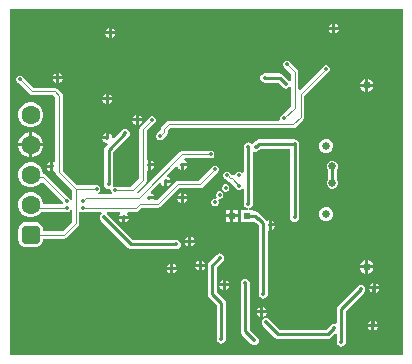
<source format=gbl>
%FSTAX23Y23*%
%MOIN*%
%SFA1B1*%

%IPPOS*%
%AMD72*
4,1,8,-0.031500,0.015700,-0.031500,-0.015700,-0.015700,-0.031500,0.015700,-0.031500,0.031500,-0.015700,0.031500,0.015700,0.015700,0.031500,-0.015700,0.031500,-0.031500,0.015700,0.0*
1,1,0.031496,-0.015700,0.015700*
1,1,0.031496,-0.015700,-0.015700*
1,1,0.031496,0.015700,-0.015700*
1,1,0.031496,0.015700,0.015700*
%
%ADD16C,0.010000*%
%ADD69C,0.004921*%
%ADD71C,0.062992*%
G04~CAMADD=72~8~0.0~0.0~629.9~629.9~157.5~0.0~15~0.0~0.0~0.0~0.0~0~0.0~0.0~0.0~0.0~0~0.0~0.0~0.0~90.0~630.0~630.0*
%ADD72D72*%
%ADD73C,0.025591*%
%ADD74C,0.013780*%
%ADD75C,0.025000*%
%ADD76R,0.020000X0.020000*%
%LNcoaster-1*%
%LPD*%
G36*
X01315Y00005D02*
X00005D01*
Y0116*
X01315*
Y00005*
G37*
%LNcoaster-2*%
%LPC*%
G36*
X0109Y01111D02*
Y011D01*
X01101*
X01099Y01104*
X01094Y01109*
X0109Y01111*
G37*
G36*
X0108D02*
X01075Y01109D01*
X0107Y01104*
X01068Y011*
X0108*
Y01111*
G37*
G36*
X00345Y01096D02*
Y01085D01*
X00356*
X00354Y01089*
X00349Y01094*
X00345Y01096*
G37*
G36*
X00335D02*
X0033Y01094D01*
X00325Y01089*
X00323Y01085*
X00335*
Y01096*
G37*
G36*
X01101Y0109D02*
X0109D01*
Y01078*
X01094Y0108*
X01099Y01085*
X01101Y0109*
G37*
G36*
X0108D02*
X01068D01*
X0107Y01085*
X01075Y0108*
X0108Y01078*
Y0109*
G37*
G36*
X00356Y01075D02*
X00345D01*
Y01063*
X00349Y01065*
X00354Y0107*
X00356Y01075*
G37*
G36*
X00335D02*
X00323D01*
X00325Y0107*
X0033Y01065*
X00335Y01063*
Y01075*
G37*
G36*
X0017Y00946D02*
Y00935D01*
X00181*
X00179Y00939*
X00174Y00944*
X0017Y00946*
G37*
G36*
X0016D02*
X00155Y00944D01*
X0015Y00939*
X00148Y00935*
X0016*
Y00946*
G37*
G36*
X00932Y00987D02*
X00927D01*
X00922Y00985*
X00919Y00982*
X00917Y00977*
Y00972*
X00919Y00967*
X00922Y00964*
X00922Y00964*
X00942Y00944*
Y0092*
X00937Y00918*
X00935Y0092*
X00915Y0094*
X0091Y00944*
X00905Y00945*
X00855*
X00849Y00944*
X00844Y0094*
X0084Y00935*
X00839Y0093*
X0084Y00924*
X00844Y00919*
X00849Y00915*
X00855Y00914*
X00898*
X00914Y00899*
X00919Y00895*
X00925Y00894*
X0093Y00895*
X00935Y00899*
X00937Y00901*
X00942Y00899*
Y00835*
X00912Y00805*
X00912Y00805*
X00909Y00802*
X00907Y00797*
Y00792*
X00903Y00787*
X00535*
X0053Y00786*
X00526Y00783*
X00511Y00769*
X00509Y00765*
X00508Y0076*
Y00756*
X00497Y00745*
X00497Y00745*
X00494Y00742*
X00492Y00737*
Y00732*
X00494Y00727*
X00497Y00724*
X00502Y00722*
X00507*
X00512Y00724*
X00515Y00727*
X00515Y00727*
X00529Y00741*
X00532Y00745*
X00533Y0075*
Y00755*
X0054Y00762*
X0095*
X00954Y00763*
X00958Y00766*
X00983Y00791*
X00986Y00795*
X00987Y008*
Y00869*
X01067Y00949*
X01067Y00949*
X0107Y00952*
X01072Y00957*
Y00962*
X0107Y00967*
X01067Y0097*
X01062Y00972*
X01057*
X01052Y0097*
X01049Y00967*
X01049Y00967*
X00972Y0089*
X00967Y00892*
Y0095*
X00966Y00954*
X00963Y00958*
X0094Y00982*
X0094Y00982*
X00937Y00985*
X00932Y00987*
G37*
G36*
X00181Y00925D02*
X0017D01*
Y00913*
X00174Y00915*
X00179Y0092*
X00181Y00925*
G37*
G36*
X0016D02*
X00148D01*
X0015Y0092*
X00155Y00915*
X0016Y00913*
Y00925*
G37*
G36*
X012Y00927D02*
Y0091D01*
X01217*
X01214Y00917*
X01207Y00924*
X012Y00927*
G37*
G36*
X0119D02*
X01182Y00924D01*
X01175Y00917*
X01172Y0091*
X0119*
Y00927*
G37*
G36*
X01217Y009D02*
X012D01*
Y00882*
X01207Y00885*
X01214Y00892*
X01217Y009*
G37*
G36*
X0119D02*
X01172D01*
X01175Y00892*
X01182Y00885*
X0119Y00882*
Y009*
G37*
G36*
X00335Y00876D02*
Y00865D01*
X00346*
X00344Y00869*
X00339Y00874*
X00335Y00876*
G37*
G36*
X00325D02*
X0032Y00874D01*
X00315Y00869*
X00313Y00865*
X00325*
Y00876*
G37*
G36*
X00346Y00855D02*
X00335D01*
Y00843*
X00339Y00845*
X00344Y0085*
X00346Y00855*
G37*
G36*
X00325D02*
X00313D01*
X00315Y0085*
X0032Y00845*
X00325Y00843*
Y00855*
G37*
G36*
X00435Y00806D02*
Y00795D01*
X00446*
X00444Y00799*
X00439Y00804*
X00435Y00806*
G37*
G36*
X00425D02*
X0042Y00804D01*
X00415Y00799*
X00413Y00795*
X00425*
Y00806*
G37*
G36*
X00446Y00785D02*
X00435D01*
Y00773*
X00439Y00775*
X00444Y0078*
X00446Y00785*
G37*
G36*
X00425D02*
X00413D01*
X00415Y0078*
X0042Y00775*
X00425Y00773*
Y00785*
G37*
G36*
X0008Y00848D02*
X00069D01*
X00058Y00846*
X00049Y0084*
X00041Y00832*
X00036Y00823*
X00033Y00812*
Y00802*
X00036Y00791*
X00041Y00781*
X00049Y00774*
X00058Y00768*
X00069Y00765*
X0008*
X00091Y00768*
X001Y00774*
X00108Y00781*
X00113Y00791*
X00116Y00802*
Y00812*
X00113Y00823*
X00108Y00832*
X001Y0084*
X00091Y00846*
X0008Y00848*
G37*
G36*
X00325Y00746D02*
X0032Y00744D01*
X00315Y00739*
X00313Y00735*
X00325*
Y00746*
G37*
G36*
X0008Y00748D02*
X0008D01*
Y00712*
X00116*
Y00712*
X00113Y00723*
X00108Y00732*
X001Y0074*
X00091Y00746*
X0008Y00748*
G37*
G36*
X0007D02*
X00069D01*
X00058Y00746*
X00049Y0074*
X00041Y00732*
X00036Y00723*
X00033Y00712*
Y00712*
X0007*
Y00748*
G37*
G36*
X00955Y00725D02*
X00835D01*
X00829Y00724*
X00824Y0072*
X00815Y00712*
X00812Y00711*
X00808Y00712*
X00805Y00714*
X008Y00715*
X00794Y00714*
X00789Y0071*
X00785Y00705*
X00784Y007*
Y00615*
X00779Y00613*
X00777Y00615*
X00772Y00617*
X00767*
X00762Y00615*
X00759Y00612*
X00757Y00607*
X00756Y00606*
X00752Y00605*
X00749Y00607*
X00746Y00607*
X0074Y00613*
X00736Y00616*
X00733Y00617*
X00732Y00617*
X00727*
X00722Y00615*
X00719Y00612*
X00717Y00607*
Y00602*
X00719Y00597*
X00722Y00594*
X00725Y00592*
X00731Y00586*
X00735Y00583*
X00738Y00583*
X00759Y00562*
X00759Y00562*
X00762Y00559*
X00767Y00557*
X00772*
X00777Y00559*
X00779Y00561*
X00784Y00559*
Y0051*
X00785Y00504*
X00789Y00499*
X00794Y00495*
X00796Y00495*
X00798Y00495*
X00798Y0049*
X00775*
Y0045*
X00815*
Y0045*
X0082Y00452*
X00823Y00449*
X00826Y00447*
X00834Y00438*
Y0021*
X00835Y00204*
X00839Y00199*
X00844Y00195*
X0085Y00194*
X00855Y00195*
X0086Y00199*
X00864Y00204*
X00865Y0021*
Y0042*
X00868Y00422*
Y0044*
Y00456*
X00863Y00454*
X00861Y00454*
X0086Y00455*
X00845Y0047*
X00842Y00472*
X00834Y0048*
X00829Y00484*
X00823Y00485*
X00815*
Y0049*
X00801*
X00801Y00495*
X00803Y00495*
X00805Y00495*
X0081Y00499*
X00814Y00504*
X00815Y0051*
Y00682*
X0082Y00685*
X00825Y00684*
X0083Y00685*
X00835Y00689*
X00841Y00694*
X00939*
Y00465*
X0094Y00459*
X00944Y00454*
X00949Y0045*
X00955Y00449*
X0096Y0045*
X00965Y00454*
X00969Y00459*
X0097Y00465*
Y0071*
X00969Y00715*
X00965Y0072*
X0096Y00724*
X00955Y00725*
G37*
G36*
X01064Y00726D02*
X01055D01*
X01047Y00723*
X0104Y00716*
X01037Y00708*
Y00699*
X0104Y0069*
X01047Y00684*
X01055Y0068*
X01064*
X01072Y00684*
X01079Y0069*
X01082Y00699*
Y00708*
X01079Y00716*
X01072Y00723*
X01064Y00726*
G37*
G36*
X00116Y00702D02*
X0008D01*
Y00665*
X0008*
X00091Y00668*
X001Y00674*
X00108Y00681*
X00113Y00691*
X00116Y00702*
Y00702*
G37*
G36*
X0007D02*
X00033D01*
Y00702*
X00036Y00691*
X00041Y00681*
X00049Y00674*
X00058Y00668*
X00069Y00665*
X0007*
Y00702*
G37*
G36*
X00042Y00937D02*
X00037D01*
X00032Y00935*
X00029Y00932*
X00027Y00927*
Y00922*
X00029Y00917*
X00032Y00914*
X00032Y00914*
X00071Y00876*
X00075Y00873*
X0008Y00872*
X00149*
X00157Y00864*
Y00653*
X00152Y0065*
X0015Y00651*
Y00635*
Y00618*
X00152Y00619*
X00157Y00616*
Y00615*
X00158Y0061*
X00161Y00606*
X00212Y00554*
Y00524*
X00207Y00523*
X00205Y00527*
X00202Y0053*
X00202Y0053*
X00125Y00607*
X00121Y0061*
X00116Y00611*
Y00612*
X00113Y00623*
X00108Y00632*
X001Y0064*
X00091Y00646*
X0008Y00648*
X00069*
X00058Y00646*
X00049Y0064*
X00041Y00632*
X00036Y00623*
X00033Y00612*
Y00602*
X00036Y00591*
X00041Y00581*
X00049Y00574*
X00058Y00568*
X00069Y00565*
X0008*
X00091Y00568*
X001Y00574*
X00108Y00581*
X00114Y00582*
X00182Y00514*
X0018Y00509*
X00116*
Y00512*
X00113Y00523*
X00108Y00532*
X001Y0054*
X00091Y00546*
X0008Y00548*
X00069*
X00058Y00546*
X00049Y0054*
X00041Y00532*
X00036Y00523*
X00033Y00512*
Y00502*
X00036Y00491*
X00041Y00481*
X00049Y00474*
X00058Y00468*
X00069Y00465*
X0008*
X00091Y00468*
X001Y00474*
X00108Y00481*
X00109Y00483*
X00188*
X00192Y00482*
X00197*
X00202Y00484*
X00205Y00487*
X00207Y00491*
X00212Y0049*
Y0045*
X00182Y0042*
X00116*
Y00423*
X00115Y00429*
X00113Y00436*
X00109Y00441*
X00103Y00445*
X00097Y00448*
X0009Y00449*
X00059*
X00052Y00448*
X00046Y00445*
X0004Y00441*
X00036Y00436*
X00034Y00429*
X00033Y00423*
Y00391*
X00034Y00385*
X00036Y00378*
X0004Y00373*
X00046Y00369*
X00052Y00366*
X00059Y00365*
X0009*
X00097Y00366*
X00103Y00369*
X00109Y00373*
X00113Y00378*
X00115Y00385*
X00116Y00391*
Y00394*
X00187*
X00192Y00395*
X00196Y00398*
X00233Y00436*
X00236Y0044*
X00237Y00445*
Y00482*
X00242Y00484*
X00242Y00484*
X00247Y00482*
X00252*
X00252Y00482*
X00309*
X00311Y00477*
X00309Y00475*
X00305Y0047*
X00304Y00465*
X00305Y00459*
X00309Y00454*
X00399Y00364*
X00404Y0036*
X0041Y00359*
X0056*
X00565Y0036*
X0057Y00364*
X00574Y00369*
X00575Y00375*
X00574Y0038*
X0057Y00385*
X00565Y00389*
X0056Y0039*
X00416*
X0033Y00475*
X00328Y00477*
X0033Y00482*
X00371*
X00373Y00477*
X0037Y00474*
X00368Y0047*
X00401*
X00399Y00474*
X00396Y00477*
X00398Y00482*
X00425*
X00429Y00483*
X00433Y00486*
X00445Y00497*
X005*
X00504Y00498*
X00508Y00501*
X0057Y00562*
X0064*
X00644Y00563*
X00648Y00566*
X00697Y00614*
X00697Y00614*
X007Y00617*
X00702Y00622*
Y00627*
X007Y00632*
X00697Y00635*
X00692Y00637*
X00687*
X00682Y00635*
X00679Y00632*
X00679Y00632*
X00634Y00587*
X00565*
X0056Y00586*
X00556Y00583*
X00494Y00522*
X00489*
X00487Y00525*
X0047*
Y00535*
X00486*
X00484Y00539*
X00479Y00544*
X00475Y00545*
X00474Y00551*
X00503Y0058*
X00509Y00579*
X0051Y00575*
X00515Y0057*
X0052Y00568*
Y00585*
X00525*
Y0059*
X00541*
X00539Y00594*
X00534Y00599*
X0053Y006*
X00529Y00606*
X00558Y00635*
X00564Y00634*
X00565Y0063*
X0057Y00625*
X00575Y00623*
Y0064*
X0058*
Y00645*
X00596*
X00594Y00649*
X00589Y00654*
X00589Y00654*
X00587Y0066*
X00589Y00662*
X00672*
X00672Y00662*
X00677*
X00682Y00664*
X00685Y00667*
X00687Y00672*
Y00677*
X00685Y00682*
X00682Y00685*
X00677Y00687*
X00672*
X00672Y00687*
X0058*
X00575Y00686*
X00571Y00683*
X00432Y00545*
X0043Y00545*
X00428Y0055*
X00458Y00581*
X00461Y00585*
X00462Y0059*
Y0062*
X00465Y00622*
Y0064*
Y00657*
X00462Y00659*
Y00754*
X00487Y00779*
X00487Y00779*
X0049Y00782*
X00492Y00787*
Y00792*
X0049Y00797*
X00487Y008*
X00482Y00802*
X00477*
X00472Y008*
X00469Y00797*
X00469Y00797*
X00441Y00768*
X00438Y00764*
X00437Y0076*
Y00595*
X00409Y00567*
X00357*
X00357Y00567*
X00353*
X0035Y0057*
X00349Y00572*
X0035Y00575*
Y00683*
X004Y00734*
X00404Y00739*
X00405Y00745*
X00404Y0075*
X004Y00755*
X00395Y00759*
X0039Y0076*
X00384Y00759*
X00379Y00755*
X00351Y00728*
X00346Y0073*
Y00733*
X00344Y00739*
X00339Y00744*
X00335Y00746*
Y0073*
X0033*
Y00725*
X00313*
X00315Y0072*
X0032Y00715*
X00326Y00713*
X00329*
X00331Y00708*
X00324Y007*
X0032Y00695*
X00319Y0069*
Y00575*
X0032Y00569*
X00324Y00564*
X00329Y0056*
X00335Y00559*
X00337Y0056*
X00339Y00559*
X00342Y00556*
Y00552*
X00344Y00547*
X00344Y00547*
X00342Y00542*
X00299*
X00298Y00547*
X00302Y00549*
X00305Y00552*
X00307Y00557*
Y00562*
X00305Y00567*
X00302Y0057*
X00297Y00572*
X00292*
X00292Y00572*
X0023*
X00182Y0062*
Y0087*
X00181Y00874*
X00178Y00878*
X00163Y00893*
X00159Y00896*
X00155Y00897*
X00085*
X0005Y00932*
X0005Y00932*
X00047Y00935*
X00042Y00937*
G37*
G36*
X00475Y00656D02*
Y00645D01*
X00486*
X00484Y00649*
X00479Y00654*
X00475Y00656*
G37*
G36*
X0014Y00651D02*
X00135Y00649D01*
X0013Y00644*
X00128Y0064*
X0014*
Y00651*
G37*
G36*
X00596Y00635D02*
X00585D01*
Y00623*
X00589Y00625*
X00594Y0063*
X00596Y00635*
G37*
G36*
X00486D02*
X00475D01*
Y00623*
X00479Y00625*
X00484Y0063*
X00486Y00635*
G37*
G36*
X0014Y0063D02*
X00128D01*
X0013Y00625*
X00135Y0062*
X0014Y00618*
Y0063*
G37*
G36*
X00541Y0058D02*
X0053D01*
Y00568*
X00534Y0057*
X00539Y00575*
X00541Y0058*
G37*
G36*
X01083Y00653D02*
X01076D01*
X01069Y0065*
X01064Y00645*
X01061Y00638*
Y00631*
X01064Y00624*
X01064Y00624*
Y0059*
X01064Y0059*
X01061Y00583*
Y00576*
X01064Y00569*
X01069Y00564*
X01076Y00561*
X01083*
X0109Y00564*
X01095Y00569*
X01098Y00576*
Y00583*
X01095Y0059*
X01095Y0059*
Y00624*
X01095Y00624*
X01098Y00631*
Y00638*
X01095Y00645*
X0109Y0065*
X01083Y00653*
G37*
G36*
X00727Y00576D02*
X00722D01*
X00717Y00574*
X00714Y0057*
X00712Y00566*
Y00561*
X00714Y00556*
X00717Y00552*
X00722Y0055*
X00727*
X00732Y00552*
X00735Y00556*
X00737Y00561*
Y00566*
X00735Y0057*
X00732Y00574*
X00727Y00576*
G37*
G36*
X00585Y00546D02*
Y00535D01*
X00596*
X00594Y00539*
X00589Y00544*
X00585Y00546*
G37*
G36*
X00575D02*
X0057Y00544D01*
X00565Y00539*
X00563Y00535*
X00575*
Y00546*
G37*
G36*
X00596Y00525D02*
X00585D01*
Y00513*
X00589Y00515*
X00594Y0052*
X00596Y00525*
G37*
G36*
X00575D02*
X00563D01*
X00565Y0052*
X0057Y00515*
X00575Y00513*
Y00525*
G37*
G36*
X00707Y00552D02*
X00702D01*
X00697Y0055*
X00694Y00547*
X00692Y00542*
Y00537*
X00694Y00532*
X00694Y00532*
X00693Y00529*
X00692Y00527*
X00687*
X00682Y00525*
X00679Y00522*
X00677Y00517*
Y00512*
X00679Y00507*
X00682Y00504*
X00687Y00502*
X00692*
X00697Y00504*
X007Y00507*
X00702Y00512*
Y00517*
X007Y00522*
X007Y00522*
X00701Y00525*
X00702Y00527*
X00707*
X00712Y00529*
X00715Y00532*
X00717Y00537*
Y00542*
X00715Y00547*
X00712Y0055*
X00707Y00552*
G37*
G36*
X00765Y0049D02*
X0075D01*
Y00475*
X00765*
Y0049*
G37*
G36*
X0074D02*
X00725D01*
Y00475*
X0074*
Y0049*
G37*
G36*
X01064Y00499D02*
X01055D01*
X01047Y00495*
X0104Y00489*
X01037Y0048*
Y00471*
X0104Y00463*
X01047Y00456*
X01055Y00453*
X01064*
X01072Y00456*
X01079Y00463*
X01082Y00471*
Y0048*
X01079Y00489*
X01072Y00495*
X01064Y00499*
G37*
G36*
X00765Y00465D02*
X0075D01*
Y0045*
X00765*
Y00465*
G37*
G36*
X0074D02*
X00725D01*
Y0045*
X0074*
Y00465*
G37*
G36*
X00401Y0046D02*
X0039D01*
Y00448*
X00394Y0045*
X00399Y00455*
X00401Y0046*
G37*
G36*
X0038D02*
X00368D01*
X0037Y00455*
X00375Y0045*
X0038Y00448*
Y0046*
G37*
G36*
X00878Y00456D02*
Y00445D01*
X00889*
X00887Y00449*
X00882Y00454*
X00878Y00456*
G37*
G36*
X00889Y00435D02*
X00878D01*
Y00423*
X00882Y00425*
X00887Y0043*
X00889Y00435*
G37*
G36*
X0061Y00401D02*
Y0039D01*
X00621*
X00619Y00394*
X00614Y00399*
X0061Y00401*
G37*
G36*
X006D02*
X00595Y00399D01*
X0059Y00394*
X00588Y0039*
X006*
Y00401*
G37*
G36*
X00621Y0038D02*
X0061D01*
Y00368*
X00614Y0037*
X00619Y00375*
X00621Y0038*
G37*
G36*
X006D02*
X00588D01*
X0059Y00375*
X00595Y0037*
X006Y00368*
Y0038*
G37*
G36*
X00645Y00321D02*
Y0031D01*
X00656*
X00654Y00314*
X00649Y00319*
X00645Y00321*
G37*
G36*
X00635D02*
X0063Y00319D01*
X00625Y00314*
X00623Y0031*
X00635*
Y00321*
G37*
G36*
X012Y00322D02*
Y00305D01*
X01217*
X01214Y00312*
X01207Y00319*
X012Y00322*
G37*
G36*
X0119D02*
X01182Y00319D01*
X01175Y00312*
X01172Y00305*
X0119*
Y00322*
G37*
G36*
X0055Y00311D02*
Y003D01*
X00561*
X00559Y00304*
X00554Y00309*
X0055Y00311*
G37*
G36*
X0054D02*
X00535Y00309D01*
X0053Y00304*
X00528Y003*
X0054*
Y00311*
G37*
G36*
X00656Y003D02*
X00645D01*
Y00288*
X00649Y0029*
X00654Y00295*
X00656Y003*
G37*
G36*
X00635D02*
X00623D01*
X00625Y00295*
X0063Y0029*
X00635Y00288*
Y003*
G37*
G36*
X00561Y0029D02*
X0055D01*
Y00278*
X00554Y0028*
X00559Y00285*
X00561Y0029*
G37*
G36*
X0054D02*
X00528D01*
X0053Y00285*
X00535Y0028*
X0054Y00278*
Y0029*
G37*
G36*
X01217Y00295D02*
X012D01*
Y00277*
X01207Y0028*
X01214Y00287*
X01217Y00295*
G37*
G36*
X0119D02*
X01172D01*
X01175Y00287*
X01182Y0028*
X0119Y00277*
Y00295*
G37*
G36*
X00725Y00256D02*
Y00245D01*
X00736*
X00734Y00249*
X00729Y00254*
X00725Y00256*
G37*
G36*
X00715D02*
X0071Y00254D01*
X00705Y00249*
X00703Y00245*
X00715*
Y00256*
G37*
G36*
X01225Y00246D02*
Y00235D01*
X01236*
X01234Y00239*
X01229Y00244*
X01225Y00246*
G37*
G36*
X01215D02*
X0121Y00244D01*
X01205Y00239*
X01203Y00235*
X01215*
Y00246*
G37*
G36*
X00736Y00235D02*
X00725D01*
Y00223*
X00729Y00225*
X00734Y0023*
X00736Y00235*
G37*
G36*
X00715D02*
X00703D01*
X00705Y0023*
X0071Y00225*
X00715Y00223*
Y00235*
G37*
G36*
X01236Y00225D02*
X01225D01*
Y00213*
X01229Y00215*
X01234Y0022*
X01236Y00225*
G37*
G36*
X01215D02*
X01203D01*
X01205Y0022*
X0121Y00215*
X01215Y00213*
Y00225*
G37*
G36*
X0085Y00166D02*
Y00155D01*
X00861*
X00859Y00159*
X00854Y00164*
X0085Y00166*
G37*
G36*
X0084D02*
X00835Y00164D01*
X0083Y00159*
X00828Y00155*
X0084*
Y00166*
G37*
G36*
X00861Y00145D02*
X0085D01*
Y00133*
X00854Y00135*
X00859Y0014*
X00861Y00145*
G37*
G36*
X0084D02*
X00828D01*
X0083Y0014*
X00835Y00135*
X0084Y00133*
Y00145*
G37*
G36*
X0122Y0012D02*
Y00109D01*
X01231*
X01229Y00114*
X01224Y00118*
X0122Y0012*
G37*
G36*
X0121D02*
X01205Y00118D01*
X012Y00114*
X01198Y00109*
X0121*
Y0012*
G37*
G36*
X01175Y0024D02*
X01169Y00239D01*
X01164Y00235*
X01099Y0017*
X01095Y00165*
X01094Y0016*
Y00112*
X01089Y00109*
X01085Y0011*
X01079Y00109*
X01074Y00105*
X01058Y0009*
X00906*
X0087Y00125*
X00865Y00129*
X0086Y0013*
X00854Y00129*
X00849Y00125*
X00845Y0012*
X00844Y00115*
X00845Y00109*
X00849Y00104*
X00889Y00064*
X00894Y0006*
X009Y00059*
X01065*
X0107Y0006*
X01075Y00064*
X0109Y00078*
X01094Y00076*
Y0005*
X01095Y00044*
X01099Y00039*
X01104Y00035*
X0111Y00034*
X01115Y00035*
X0112Y00039*
X01124Y00044*
X01125Y0005*
Y00153*
X01185Y00214*
X01189Y00219*
X0119Y00225*
X01189Y0023*
X01185Y00235*
X0118Y00239*
X01175Y0024*
G37*
G36*
X01231Y00099D02*
X0122D01*
Y00088*
X01224Y0009*
X01229Y00094*
X01231Y00099*
G37*
G36*
X0121D02*
X01198D01*
X012Y00094*
X01205Y0009*
X0121Y00088*
Y00099*
G37*
G36*
X00705Y00345D02*
X00699Y00344D01*
X00694Y0034*
X00669Y00315*
X00665Y0031*
X00664Y00305*
Y0021*
X00665Y00204*
X00669Y00199*
X00694Y00173*
Y0006*
X00695Y00054*
X00699Y00049*
X00704Y00045*
X0071Y00044*
X00715Y00045*
X0072Y00049*
X00724Y00054*
X00725Y0006*
Y0018*
X00724Y00185*
X0072Y0019*
X00695Y00216*
Y00298*
X00715Y00319*
X00719Y00324*
X0072Y0033*
X00719Y00335*
X00715Y0034*
X0071Y00344*
X00705Y00345*
G37*
G36*
X0079Y0026D02*
X00784Y00259D01*
X00779Y00255*
X00775Y0025*
X00774Y00245*
Y00085*
X00775Y00079*
X00779Y00074*
X00809Y00044*
X00814Y0004*
X0082Y00039*
X00825Y0004*
X0083Y00044*
X00834Y00049*
X00835Y00055*
X00834Y0006*
X0083Y00065*
X00805Y00091*
Y00245*
X00804Y0025*
X008Y00255*
X00795Y00259*
X0079Y0026*
G37*
%LNcoaster-3*%
%LPD*%
G54D16*
X00795Y0047D02*
X00823D01*
X00833Y0046*
X00835*
X008Y0051D02*
Y007D01*
X00335Y0069D02*
X0039Y00745D01*
X00335Y00575D02*
Y0069D01*
X0041Y00375D02*
X0056D01*
X0032Y00465D02*
X0041Y00375D01*
X0068Y00305D02*
X00705Y0033D01*
X0068Y0021D02*
Y00305D01*
Y0021D02*
X0071Y0018D01*
Y0006D02*
Y0018D01*
X0079Y00085D02*
Y00245D01*
Y00085D02*
X0082Y00055D01*
X00835Y0046D02*
X0085Y00445D01*
Y0021D02*
Y00445D01*
X0086Y00115D02*
X009Y00075D01*
X01065*
X01085Y00095*
X01215Y00225D02*
X0122Y0023D01*
X01215Y00104D02*
Y00225D01*
X0111Y0005D02*
Y0016D01*
X01175Y00225*
X00835Y0071D02*
X00955D01*
X00825Y007D02*
X00835Y0071D01*
X00855Y0093D02*
X00905D01*
X00925Y0091*
X00955Y00465D02*
Y0071D01*
X0108Y0058D02*
Y00635D01*
G54D69*
X0058Y00675D02*
X00675D01*
X00744Y00595D02*
X0077Y0057D01*
X0073Y00605D02*
X00731D01*
X0074Y00595D02*
X00744D01*
X00731Y00605D02*
X0074Y00595D01*
X00435Y0053D02*
X0058Y00675D01*
X0026Y0053D02*
X00435D01*
X00225Y0056D02*
X00295D01*
X00355Y00555D02*
X00415D01*
X0045Y0059*
Y0076D02*
X0048Y0079D01*
X0045Y0059D02*
Y0076D01*
X00505Y00735D02*
X0052Y0075D01*
Y0076D02*
X00535Y00775D01*
X0052Y0075D02*
Y0076D01*
X0093Y00975D02*
X00955Y0095D01*
Y0083D02*
Y0095D01*
X0092Y00795D02*
X00955Y0083D01*
X00975Y008D02*
Y00875D01*
X0095Y00775D02*
X00975Y008D01*
Y00875D02*
X0106Y0096D01*
X00535Y00775D02*
X0095D01*
X00193Y00496D02*
X00195Y00495D01*
X00075Y00507D02*
X00085Y00496D01*
X00193*
X00425Y00495D02*
X0044Y0051D01*
X0025Y00495D02*
X00425D01*
X00225Y00445D02*
Y0056D01*
X00187Y00407D02*
X00225Y00445D01*
X0044Y0051D02*
X005D01*
X00565Y00575*
X0064*
X0069Y00625*
X00075Y00607D02*
X00083Y00598D01*
X00116*
X00195Y0052*
X0025D02*
X0026Y0053D01*
X00075Y00407D02*
X00187D01*
X0008Y00885D02*
X00155D01*
X0004Y00925D02*
X0008Y00885D01*
X00155D02*
X0017Y0087D01*
Y00615D02*
Y0087D01*
Y00615D02*
X00225Y0056D01*
G54D71*
X00075Y00807D03*
Y00707D03*
Y00507D03*
Y00607D03*
G54D72*
X00075Y00407D03*
G54D73*
X0106Y00703D03*
Y00476D03*
X01195Y00905D03*
Y003D03*
G54D74*
X00675Y00675D03*
X0073Y00605D03*
X0069Y00515D03*
X00705Y0054D03*
X00873Y0044D03*
X00385Y00465D03*
X00725Y00563D03*
X00545Y00295D03*
X008Y0051D03*
Y007D03*
X0034Y0108D03*
X01085Y01095D03*
X00525Y00585D03*
X0058Y0064D03*
X0047Y0053D03*
X0058D03*
X0047Y0064D03*
X0039Y00745D03*
X00335Y00575D03*
X0032Y00465D03*
X0056Y00375D03*
X00295Y0056D03*
X00165Y0093D03*
X0043Y0079D03*
X0033Y0073D03*
X00145Y00635D03*
X00705Y0033D03*
X0071Y0006D03*
X00845Y0015D03*
X0072Y0024D03*
X0064Y00305D03*
X00605Y00385D03*
X00835Y0046D03*
X0085Y0021D03*
X00355Y00555D03*
X0048Y0079D03*
X00505Y00735D03*
X0086Y00115D03*
X0093Y00975D03*
X0092Y00795D03*
X0106Y0096D03*
X00195Y00495D03*
X0025D03*
X0069Y00625D03*
X00195Y0052D03*
X0025D03*
X0004Y00925D03*
X01085Y00095D03*
X0079Y00245D03*
X0082Y00055D03*
X0122Y0023D03*
X01215Y00104D03*
X01175Y00225D03*
X0111Y0005D03*
X0077Y0057D03*
Y00605D03*
X00825Y007D03*
X00855Y0093D03*
X00925Y0091D03*
X00955Y0071D03*
Y00465D03*
X0033Y0086D03*
G54D75*
X0108Y0058D03*
Y00635D03*
G54D76*
X00795Y0047D03*
X00745D03*
M02*
</source>
